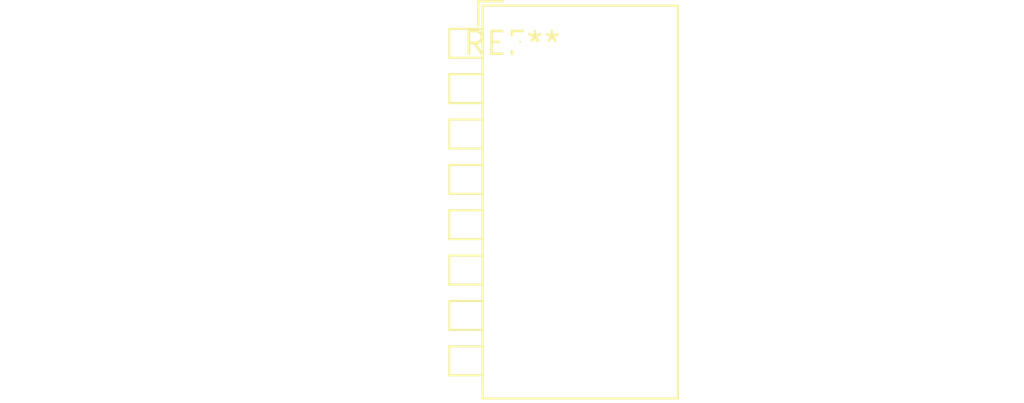
<source format=kicad_pcb>
(kicad_pcb (version 20240108) (generator pcbnew)
  (layers (0 "F.Cu" signal) (31 "B.Cu" signal) (34 "B.Paste" user) (35 "F.Paste" user) (36 "B.SilkS" user "B.Silkscreen") (37 "F.SilkS" user "F.Silkscreen") (38 "B.Mask" user) (39 "F.Mask" user) (44 "Edge.Cuts" user))
  (net 0 "")
  (footprint "SW_DIP_SPSTx08_Piano_10.8x21.88mm_W7.62mm_P2.54mm" (layer "F.Cu") (at 0 0)
    (property "Reference" "REF**")
    (property "Value" "SW_DIP_SPSTx08_Piano_10.8x21.88mm_W7.62mm_P2.54mm")
    (fp_line (start -3.51 -0.81) (end -3.51 0.81) (layer "F.SilkS") (stroke (width 0.12)))
    (fp_line (start -3.51 -0.81) (end -1.65 -0.81) (layer "F.SilkS") (stroke (width 0.12)))
    (fp_line (start -3.51 0.81) (end -1.65 0.81) (layer "F.SilkS") (stroke (width 0.12)))
    (fp_line (start -3.51 1.73) (end -3.51 3.35) (layer "F.SilkS") (stroke (width 0.12)))
    (fp_line (start -3.51 1.73) (end -1.65 1.73) (layer "F.SilkS") (stroke (width 0.12)))
    (fp_line (start -3.51 3.35) (end -1.65 3.35) (layer "F.SilkS") (stroke (width 0.12)))
    (fp_line (start -3.51 4.27) (end -3.51 5.89) (layer "F.SilkS") (stroke (width 0.12)))
    (fp_line (start -3.51 4.27) (end -1.65 4.27) (layer "F.SilkS") (stroke (width 0.12)))
    (fp_line (start -3.51 5.89) (end -1.65 5.89) (layer "F.SilkS") (stroke (width 0.12)))
    (fp_line (start -3.51 6.81) (end -3.51 8.43) (layer "F.SilkS") (stroke (width 0.12)))
    (fp_line (start -3.51 6.81) (end -1.65 6.81) (layer "F.SilkS") (stroke (width 0.12)))
    (fp_line (start -3.51 8.43) (end -1.65 8.43) (layer "F.SilkS") (stroke (width 0.12)))
    (fp_line (start -3.51 9.35) (end -3.51 10.97) (layer "F.SilkS") (stroke (width 0.12)))
    (fp_line (start -3.51 9.35) (end -1.65 9.35) (layer "F.SilkS") (stroke (width 0.12)))
    (fp_line (start -3.51 10.97) (end -1.65 10.97) (layer "F.SilkS") (stroke (width 0.12)))
    (fp_line (start -3.51 11.89) (end -3.51 13.51) (layer "F.SilkS") (stroke (width 0.12)))
    (fp_line (start -3.51 11.89) (end -1.65 11.89) (layer "F.SilkS") (stroke (width 0.12)))
    (fp_line (start -3.51 13.51) (end -1.65 13.51) (layer "F.SilkS") (stroke (width 0.12)))
    (fp_line (start -3.51 14.43) (end -3.51 16.05) (layer "F.SilkS") (stroke (width 0.12)))
    (fp_line (start -3.51 14.43) (end -1.65 14.43) (layer "F.SilkS") (stroke (width 0.12)))
    (fp_line (start -3.51 16.05) (end -1.65 16.05) (layer "F.SilkS") (stroke (width 0.12)))
    (fp_line (start -3.51 16.971) (end -3.51 18.591) (layer "F.SilkS") (stroke (width 0.12)))
    (fp_line (start -3.51 16.971) (end -1.65 16.971) (layer "F.SilkS") (stroke (width 0.12)))
    (fp_line (start -3.51 18.591) (end -1.65 18.591) (layer "F.SilkS") (stroke (width 0.12)))
    (fp_line (start -1.89 -2.35) (end -1.89 -0.967) (layer "F.SilkS") (stroke (width 0.12)))
    (fp_line (start -1.89 -2.35) (end -0.507 -2.35) (layer "F.SilkS") (stroke (width 0.12)))
    (fp_line (start -1.65 -2.11) (end -1.65 19.891) (layer "F.SilkS") (stroke (width 0.12)))
    (fp_line (start -1.65 -2.11) (end 9.27 -2.11) (layer "F.SilkS") (stroke (width 0.12)))
    (fp_line (start -1.65 -0.81) (end -1.65 0.81) (layer "F.SilkS") (stroke (width 0.12)))
    (fp_line (start -1.65 1.73) (end -1.65 3.35) (layer "F.SilkS") (stroke (width 0.12)))
    (fp_line (start -1.65 4.27) (end -1.65 5.89) (layer "F.SilkS") (stroke (width 0.12)))
    (fp_line (start -1.65 6.81) (end -1.65 8.43) (layer "F.SilkS") (stroke (width 0.12)))
    (fp_line (start -1.65 9.35) (end -1.65 10.97) (layer "F.SilkS") (stroke (width 0.12)))
    (fp_line (start -1.65 11.89) (end -1.65 13.51) (layer "F.SilkS") (stroke (width 0.12)))
    (fp_line (start -1.65 14.43) (end -1.65 16.05) (layer "F.SilkS") (stroke (width 0.12)))
    (fp_line (start -1.65 16.971) (end -1.65 18.591) (layer "F.SilkS") (stroke (width 0.12)))
    (fp_line (start -1.65 19.891) (end 9.27 19.891) (layer "F.SilkS") (stroke (width 0.12)))
    (fp_line (start 9.27 -2.11) (end 9.27 19.891) (layer "F.SilkS") (stroke (width 0.12)))
    (pad "1" thru_hole rect (at 0 0) (size 1.6 1.6) (drill 0.8) (layers *.Cu *.Mask) (remove_unused_layers))
    (pad "2" thru_hole oval (at 0 2.54) (size 1.6 1.6) (drill 0.8) (layers *.Cu *.Mask) (remove_unused_layers))
    (pad "3" thru_hole oval (at 0 5.08) (size 1.6 1.6) (drill 0.8) (layers *.Cu *.Mask) (remove_unused_layers))
    (pad "4" thru_hole oval (at 0 7.62) (size 1.6 1.6) (drill 0.8) (layers *.Cu *.Mask) (remove_unused_layers))
    (pad "5" thru_hole oval (at 0 10.16) (size 1.6 1.6) (drill 0.8) (layers *.Cu *.Mask) (remove_unused_layers))
    (pad "6" thru_hole oval (at 0 12.7) (size 1.6 1.6) (drill 0.8) (layers *.Cu *.Mask) (remove_unused_layers))
    (pad "7" thru_hole oval (at 0 15.24) (size 1.6 1.6) (drill 0.8) (layers *.Cu *.Mask) (remove_unused_layers))
    (pad "8" thru_hole oval (at 0 17.78) (size 1.6 1.6) (drill 0.8) (layers *.Cu *.Mask) (remove_unused_layers))
    (pad "9" thru_hole oval (at 7.62 17.78) (size 1.6 1.6) (drill 0.8) (layers *.Cu *.Mask) (remove_unused_layers))
    (pad "10" thru_hole oval (at 7.62 15.24) (size 1.6 1.6) (drill 0.8) (layers *.Cu *.Mask) (remove_unused_layers))
    (pad "11" thru_hole oval (at 7.62 12.7) (size 1.6 1.6) (drill 0.8) (layers *.Cu *.Mask) (remove_unused_layers))
    (pad "12" thru_hole oval (at 7.62 10.16) (size 1.6 1.6) (drill 0.8) (layers *.Cu *.Mask) (remove_unused_layers))
    (pad "13" thru_hole oval (at 7.62 7.62) (size 1.6 1.6) (drill 0.8) (layers *.Cu *.Mask) (remove_unused_layers))
    (pad "14" thru_hole oval (at 7.62 5.08) (size 1.6 1.6) (drill 0.8) (layers *.Cu *.Mask) (remove_unused_layers))
    (pad "15" thru_hole oval (at 7.62 2.54) (size 1.6 1.6) (drill 0.8) (layers *.Cu *.Mask) (remove_unused_layers))
    (pad "16" thru_hole oval (at 7.62 0) (size 1.6 1.6) (drill 0.8) (layers *.Cu *.Mask) (remove_unused_layers))
  )
)
</source>
